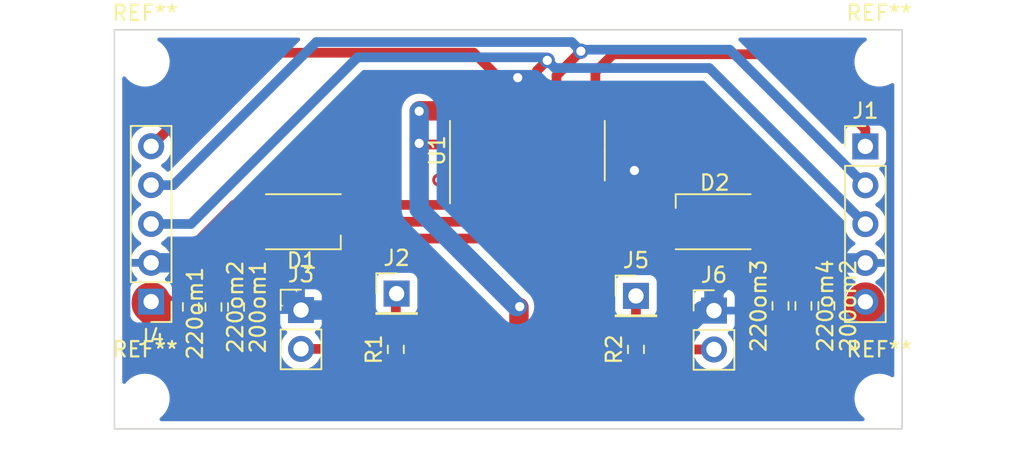
<source format=kicad_pcb>
(kicad_pcb (version 20211014) (generator pcbnew)
  (layers (0 "F.Cu" signal) (31 "B.Cu" signal) (34 "B.Paste" user) (35 "F.Paste" user) (36 "B.SilkS" user "B.Silkscreen") (37 "F.SilkS" user "F.Silkscreen") (38 "B.Mask" user) (39 "F.Mask" user) (44 "Edge.Cuts" user))
  (net 0 "")
  (net 1 "GND")
  (net 2 "Net-(200om1-Pad1)")
  (net 3 "Net-(200om2-Pad1)")
  (net 4 "+3V3")
  (net 5 "Net-(220om1-Pad2)")
  (net 6 "Net-(220om2-Pad1)")
  (net 7 "Net-(220om3-Pad2)")
  (net 8 "Net-(220om4-Pad1)")
  (net 10 "Net-(J5-Pad1)")
  (net 11 "Net-(J1-Pad1)")
  (net 12 "Net-(J1-Pad2)")
  (net 13 "Net-(J1-Pad3)")
  (net 14 "Net-(J2-Pad1)")
  (net 15 "Net-(J4-Pad5)")
  (net 17 "Net-(U1-Pad1)")
  (net 18 "Net-(U1-Pad2)")
  (net 19 "Net-(U1-Pad3)")
  (net 20 "Net-(U1-Pad6)")
  (net 21 "Net-(D2-Pad1)")
  (net 22 "Net-(D2-Pad3)")
  (footprint "LED_SMD:LED_RGB_PLCC-6" (layer "F.Cu") (at 59.75 54.45 180)
    (fp_text reference "D1" (at 0 -2.55) (layer "F.SilkS"))
    (fp_text value "LED_RGB")
    (fp_line (start -2.55 1.8) (end 2.35 1.8) (layer "F.SilkS") (width 0.12))
    (fp_line (start 2.35 -1.8) (end -2.55 -1.8) (layer "F.SilkS") (width 0.12))
    (fp_line (start -2.55 -1.8) (end -2.55 -0.9) (layer "F.SilkS") (width 0.12))
    (pad "1" smd rect (at -1.55 -1.1 270) (size 0.7 1.3) (layers "F.Cu" "F.Paste" "F.Mask") (net 19 "Net-(U1-Pad3)"))
    (pad "2" smd rect (at -1.55 0 270) (size 0.7 1.3) (layers "F.Cu" "F.Paste" "F.Mask") (net 18 "Net-(U1-Pad2)"))
    (pad "3" smd rect (at -1.55 1.1 270) (size 0.7 1.3) (layers "F.Cu" "F.Paste" "F.Mask") (net 17 "Net-(U1-Pad1)"))
    (pad "4" smd rect (at 1.55 1.1 270) (size 0.7 1.3) (layers "F.Cu" "F.Paste" "F.Mask") (net 5 "Net-(220om1-Pad2)"))
    (pad "5" smd rect (at 1.55 0 270) (size 0.7 1.3) (layers "F.Cu" "F.Paste" "F.Mask") (net 6 "Net-(220om2-Pad1)"))
    (pad "6" smd rect (at 1.55 -1.1 270) (size 0.7 1.3) (layers "F.Cu" "F.Paste" "F.Mask") (net 2 "Net-(200om1-Pad1)"))
  )
  (footprint "Resistor_SMD:R_0603_1608Metric_Pad0.98x0.95mm_HandSolder" (layer "F.Cu") (at 91.05 59.95 90)
    (fp_text reference "220om3" (at 0 -1.43 90) (layer "F.SilkS"))
    (fp_text value "R")
    (fp_line (start -0.254724 0.5225) (end 0.254724 0.5225) (layer "F.SilkS") (width 0.12))
    (fp_line (start -0.254724 -0.5225) (end 0.254724 -0.5225) (layer "F.SilkS") (width 0.12))
    (pad "1" smd roundrect (at -0.9125 0 90) (size 0.975 0.95) (layers "F.Cu" "F.Paste" "F.Mask") (net 4 "+3V3"))
    (pad "2" smd roundrect (at 0.9125 0 90) (size 0.975 0.95) (layers "F.Cu" "F.Paste" "F.Mask") (net 7 "Net-(220om3-Pad2)"))
  )
  (footprint "MountingHole:MountingHole_2.2mm_M2" (layer "F.Cu") (at 49.5 66)
    (fp_text reference "REF**" (at 0 -3.2) (layer "F.SilkS"))
    (fp_text value "MountingHole_2.2mm_M2")
    (pad "" np_thru_hole circle (at 0 0) (size 2.2 2.2) (drill 2.2) (layers *.Cu *.Mask))
  )
  (footprint "Resistor_SMD:R_0603_1608Metric_Pad0.98x0.95mm_HandSolder" (layer "F.Cu") (at 65.9 62.8 90)
    (fp_text reference "R1" (at 0 -1.43 90) (layer "F.SilkS"))
    (fp_text value "R")
    (fp_line (start -0.254724 0.5225) (end 0.254724 0.5225) (layer "F.SilkS") (width 0.12))
    (fp_line (start -0.254724 -0.5225) (end 0.254724 -0.5225) (layer "F.SilkS") (width 0.12))
    (pad "1" smd roundrect (at -0.9125 0 90) (size 0.975 0.95) (layers "F.Cu" "F.Paste" "F.Mask") (net 4 "+3V3"))
    (pad "2" smd roundrect (at 0.9125 0 90) (size 0.975 0.95) (layers "F.Cu" "F.Paste" "F.Mask") (net 14 "Net-(J2-Pad1)"))
  )
  (footprint "Package_SO:SO-16_3.9x9.9mm_P1.27mm" (layer "F.Cu") (at 74.5 49.8 90)
    (fp_text reference "U1" (at 0 -5.9 90) (layer "F.SilkS"))
    (fp_text value "74HC595")
    (fp_line (start 0 -5.06) (end -3.45 -5.06) (layer "F.SilkS") (width 0.12))
    (fp_line (start 0 5.06) (end 1.95 5.06) (layer "F.SilkS") (width 0.12))
    (fp_line (start 0 -5.06) (end 1.95 -5.06) (layer "F.SilkS") (width 0.12))
    (fp_line (start 0 5.06) (end -1.95 5.06) (layer "F.SilkS") (width 0.12))
    (pad "1" smd roundrect (at -2.575 -4.445 90) (size 1.75 0.6) (layers "F.Cu" "F.Paste" "F.Mask") (net 17 "Net-(U1-Pad1)"))
    (pad "2" smd roundrect (at -2.575 -3.175 90) (size 1.75 0.6) (layers "F.Cu" "F.Paste" "F.Mask") (net 18 "Net-(U1-Pad2)"))
    (pad "3" smd roundrect (at -2.575 -1.905 90) (size 1.75 0.6) (layers "F.Cu" "F.Paste" "F.Mask") (net 19 "Net-(U1-Pad3)"))
    (pad "4" smd roundrect (at -2.575 -0.635 90) (size 1.75 0.6) (layers "F.Cu" "F.Paste" "F.Mask"))
    (pad "5" smd roundrect (at -2.575 0.635 90) (size 1.75 0.6) (layers "F.Cu" "F.Paste" "F.Mask") (net 22 "Net-(D2-Pad3)"))
    (pad "6" smd roundrect (at -2.575 1.905 90) (size 1.75 0.6) (layers "F.Cu" "F.Paste" "F.Mask") (net 20 "Net-(U1-Pad6)"))
    (pad "7" smd roundrect (at -2.575 3.175 90) (size 1.75 0.6) (layers "F.Cu" "F.Paste" "F.Mask") (net 21 "Net-(D2-Pad1)"))
    (pad "8" smd roundrect (at -2.575 4.445 90) (size 1.75 0.6) (layers "F.Cu" "F.Paste" "F.Mask") (net 1 "GND"))
    (pad "9" smd roundrect (at 2.575 4.445 90) (size 1.75 0.6) (layers "F.Cu" "F.Paste" "F.Mask") (net 11 "Net-(J1-Pad1)"))
    (pad "10" smd roundrect (at 2.575 3.175 90) (size 1.75 0.6) (layers "F.Cu" "F.Paste" "F.Mask") (net 4 "+3V3"))
    (pad "11" smd roundrect (at 2.575 1.905 90) (size 1.75 0.6) (layers "F.Cu" "F.Paste" "F.Mask") (net 12 "Net-(J1-Pad2)"))
    (pad "12" smd roundrect (at 2.575 0.635 90) (size 1.75 0.6) (layers "F.Cu" "F.Paste" "F.Mask") (net 13 "Net-(J1-Pad3)"))
    (pad "13" smd roundrect (at 2.575 -0.635 90) (size 1.75 0.6) (layers "F.Cu" "F.Paste" "F.Mask") (net 1 "GND"))
    (pad "14" smd roundrect (at 2.575 -1.905 90) (size 1.75 0.6) (layers "F.Cu" "F.Paste" "F.Mask") (net 15 "Net-(J4-Pad5)"))
    (pad "15" smd roundrect (at 2.575 -3.175 90) (size 1.75 0.6) (layers "F.Cu" "F.Paste" "F.Mask"))
    (pad "16" smd roundrect (at 2.575 -4.445 90) (size 1.75 0.6) (layers "F.Cu" "F.Paste" "F.Mask") (net 4 "+3V3"))
  )
  (footprint "Resistor_SMD:R_0603_1608Metric_Pad0.98x0.95mm_HandSolder" (layer "F.Cu") (at 92.55 59.95 -90)
    (fp_text reference "220om4" (at 0 -1.43 90) (layer "F.SilkS"))
    (fp_text value "R")
    (fp_line (start -0.254724 -0.5225) (end 0.254724 -0.5225) (layer "F.SilkS") (width 0.12))
    (fp_line (start -0.254724 0.5225) (end 0.254724 0.5225) (layer "F.SilkS") (width 0.12))
    (pad "1" smd roundrect (at -0.9125 0 270) (size 0.975 0.95) (layers "F.Cu" "F.Paste" "F.Mask") (net 8 "Net-(220om4-Pad1)"))
    (pad "2" smd roundrect (at 0.9125 0 270) (size 0.975 0.95) (layers "F.Cu" "F.Paste" "F.Mask") (net 4 "+3V3"))
  )
  (footprint "Connector_PinHeader_2.54mm:PinHeader_1x01_P2.54mm_Vertical" (layer "F.Cu") (at 65.95 59.15)
    (fp_text reference "J2" (at 0 -2.33) (layer "F.SilkS"))
    (fp_text value "Conn_01x01_Female")
    (fp_line (start -1.33 1.27) (end 1.33 1.27) (layer "F.SilkS") (width 0.12))
    (fp_line (start -1.33 1.33) (end 1.33 1.33) (layer "F.SilkS") (width 0.12))
    (fp_line (start -1.33 1.27) (end -1.33 1.33) (layer "F.SilkS") (width 0.12))
    (fp_line (start 1.33 1.27) (end 1.33 1.33) (layer "F.SilkS") (width 0.12))
    (fp_line (start -1.33 0) (end -1.33 -1.33) (layer "F.SilkS") (width 0.12))
    (fp_line (start -1.33 -1.33) (end 0 -1.33) (layer "F.SilkS") (width 0.12))
    (pad "1" thru_hole rect (at 0 0) (size 1.7 1.7) (drill 1) (layers *.Cu *.Mask) (net 14 "Net-(J2-Pad1)"))
  )
  (footprint "MountingHole:MountingHole_2.2mm_M2" (layer "F.Cu") (at 97.5 44)
    (fp_text reference "REF**" (at 0 -3.2) (layer "F.SilkS"))
    (fp_text value "MountingHole_2.2mm_M2")
    (pad "" np_thru_hole circle (at 0 0) (size 2.2 2.2) (drill 2.2) (layers *.Cu *.Mask))
  )
  (footprint "Connector_PinHeader_2.54mm:PinHeader_1x02_P2.54mm_Vertical" (layer "F.Cu") (at 86.7 60.26)
    (fp_text reference "J6" (at 0 -2.33) (layer "F.SilkS"))
    (fp_text value "Conn_01x02_Female")
    (fp_line (start -1.33 -1.33) (end 0 -1.33) (layer "F.SilkS") (width 0.12))
    (fp_line (start -1.33 1.27) (end 1.33 1.27) (layer "F.SilkS") (width 0.12))
    (fp_line (start -1.33 3.87) (end 1.33 3.87) (layer "F.SilkS") (width 0.12))
    (fp_line (start -1.33 1.27) (end -1.33 3.87) (layer "F.SilkS") (width 0.12))
    (fp_line (start -1.33 0) (end -1.33 -1.33) (layer "F.SilkS") (width 0.12))
    (fp_line (start 1.33 1.27) (end 1.33 3.87) (layer "F.SilkS") (width 0.12))
    (pad "1" thru_hole rect (at 0 0) (size 1.7 1.7) (drill 1) (layers *.Cu *.Mask) (net 1 "GND"))
    (pad "2" thru_hole oval (at 0 2.54) (size 1.7 1.7) (drill 1) (layers *.Cu *.Mask) (net 10 "Net-(J5-Pad1)"))
  )
  (footprint "Resistor_SMD:R_0603_1608Metric_Pad0.98x0.95mm_HandSolder" (layer "F.Cu") (at 52.5 60.02 90)
    (fp_text reference "220om1" (at -0.4225 0.27 90) (layer "F.SilkS"))
    (fp_text value "R")
    (fp_line (start -0.254724 0.5225) (end 0.254724 0.5225) (layer "F.SilkS") (width 0.12))
    (fp_line (start -0.254724 -0.5225) (end 0.254724 -0.5225) (layer "F.SilkS") (width 0.12))
    (pad "1" smd roundrect (at -0.9125 0 90) (size 0.975 0.95) (layers "F.Cu" "F.Paste" "F.Mask") (net 4 "+3V3"))
    (pad "2" smd roundrect (at 0.9125 0 90) (size 0.975 0.95) (layers "F.Cu" "F.Paste" "F.Mask") (net 5 "Net-(220om1-Pad2)"))
  )
  (footprint "Connector_PinHeader_2.54mm:PinHeader_1x05_P2.54mm_Vertical" (layer "F.Cu") (at 49.9 59.675 180)
    (fp_text reference "J4" (at 0 -2.33) (layer "F.SilkS"))
    (fp_text value "Conn_01x05_Female")
    (fp_line (start -1.33 11.49) (end 1.33 11.49) (layer "F.SilkS") (width 0.12))
    (fp_line (start -1.33 1.27) (end -1.33 11.49) (layer "F.SilkS") (width 0.12))
    (fp_line (start -1.33 1.27) (end 1.33 1.27) (layer "F.SilkS") (width 0.12))
    (fp_line (start -1.33 0) (end -1.33 -1.33) (layer "F.SilkS") (width 0.12))
    (fp_line (start -1.33 -1.33) (end 0 -1.33) (layer "F.SilkS") (width 0.12))
    (fp_line (start 1.33 1.27) (end 1.33 11.49) (layer "F.SilkS") (width 0.12))
    (pad "1" thru_hole rect (at 0 0 180) (size 1.7 1.7) (drill 1) (layers *.Cu *.Mask) (net 4 "+3V3"))
    (pad "2" thru_hole oval (at 0 2.54 180) (size 1.7 1.7) (drill 1) (layers *.Cu *.Mask) (net 1 "GND"))
    (pad "3" thru_hole oval (at 0 5.08 180) (size 1.7 1.7) (drill 1) (layers *.Cu *.Mask) (net 13 "Net-(J1-Pad3)"))
    (pad "4" thru_hole oval (at 0 7.62 180) (size 1.7 1.7) (drill 1) (layers *.Cu *.Mask) (net 12 "Net-(J1-Pad2)"))
    (pad "5" thru_hole oval (at 0 10.16 180) (size 1.7 1.7) (drill 1) (layers *.Cu *.Mask) (net 15 "Net-(J4-Pad5)"))
  )
  (footprint "Connector_PinHeader_2.54mm:PinHeader_1x05_P2.54mm_Vertical" (layer "F.Cu") (at 96.6 49.525)
    (fp_text reference "J1" (at 0 -2.33) (layer "F.SilkS"))
    (fp_text value "Conn_01x05_Female")
    (fp_line (start -1.33 0) (end -1.33 -1.33) (layer "F.SilkS") (width 0.12))
    (fp_line (start -1.33 -1.33) (end 0 -1.33) (layer "F.SilkS") (width 0.12))
    (fp_line (start -1.33 11.49) (end 1.33 11.49) (layer "F.SilkS") (width 0.12))
    (fp_line (start 1.33 1.27) (end 1.33 11.49) (layer "F.SilkS") (width 0.12))
    (fp_line (start -1.33 1.27) (end 1.33 1.27) (layer "F.SilkS") (width 0.12))
    (fp_line (start -1.33 1.27) (end -1.33 11.49) (layer "F.SilkS") (width 0.12))
    (pad "1" thru_hole rect (at 0 0) (size 1.7 1.7) (drill 1) (layers *.Cu *.Mask) (net 11 "Net-(J1-Pad1)"))
    (pad "2" thru_hole oval (at 0 2.54) (size 1.7 1.7) (drill 1) (layers *.Cu *.Mask) (net 12 "Net-(J1-Pad2)"))
    (pad "3" thru_hole oval (at 0 5.08) (size 1.7 1.7) (drill 1) (layers *.Cu *.Mask) (net 13 "Net-(J1-Pad3)"))
    (pad "4" thru_hole oval (at 0 7.62) (size 1.7 1.7) (drill 1) (layers *.Cu *.Mask) (net 1 "GND"))
    (pad "5" thru_hole oval (at 0 10.16) (size 1.7 1.7) (drill 1) (layers *.Cu *.Mask) (net 4 "+3V3"))
  )
  (footprint "Resistor_SMD:R_0603_1608Metric_Pad0.98x0.95mm_HandSolder" (layer "F.Cu") (at 94.05 59.95 -90)
    (fp_text reference "200om2" (at 0 -1.43 90) (layer "F.SilkS"))
    (fp_text value "R")
    (fp_line (start -0.254724 -0.5225) (end 0.254724 -0.5225) (layer "F.SilkS") (width 0.12))
    (fp_line (start -0.254724 0.5225) (end 0.254724 0.5225) (layer "F.SilkS") (width 0.12))
    (pad "1" smd roundrect (at -0.9125 0 270) (size 0.975 0.95) (layers "F.Cu" "F.Paste" "F.Mask") (net 3 "Net-(200om2-Pad1)"))
    (pad "2" smd roundrect (at 0.9125 0 270) (size 0.975 0.95) (layers "F.Cu" "F.Paste" "F.Mask") (net 4 "+3V3"))
  )
  (footprint "Connector_PinHeader_2.54mm:PinHeader_1x02_P2.54mm_Vertical" (layer "F.Cu") (at 59.7 60.225)
    (fp_text reference "J3" (at 0 -2.33) (layer "F.SilkS"))
    (fp_text value "Conn_01x02_Female")
    (fp_line (start -1.33 0) (end -1.33 -1.33) (layer "F.SilkS") (width 0.12))
    (fp_line (start -1.33 1.27) (end 1.33 1.27) (layer "F.SilkS") (width 0.12))
    (fp_line (start -1.33 3.87) (end 1.33 3.87) (layer "F.SilkS") (width 0.12))
    (fp_line (start 1.33 1.27) (end 1.33 3.87) (layer "F.SilkS") (width 0.12))
    (fp_line (start -1.33 1.27) (end -1.33 3.87) (layer "F.SilkS") (width 0.12))
    (fp_line (start -1.33 -1.33) (end 0 -1.33) (layer "F.SilkS") (width 0.12))
    (pad "1" thru_hole rect (at 0 0) (size 1.7 1.7) (drill 1) (layers *.Cu *.Mask) (net 1 "GND"))
    (pad "2" thru_hole oval (at 0 2.54) (size 1.7 1.7) (drill 1) (layers *.Cu *.Mask) (net 14 "Net-(J2-Pad1)"))
  )
  (footprint "LED_SMD:LED_RGB_PLCC-6" (layer "F.Cu") (at 86.75 54.45)
    (fp_text reference "D2" (at 0 -2.55) (layer "F.SilkS"))
    (fp_text value "LED_RGB")
    (fp_line (start 2.35 -1.8) (end -2.55 -1.8) (layer "F.SilkS") (width 0.12))
    (fp_line (start -2.55 -1.8) (end -2.55 -0.9) (layer "F.SilkS") (width 0.12))
    (fp_line (start -2.55 1.8) (end 2.35 1.8) (layer "F.SilkS") (width 0.12))
    (pad "1" smd rect (at -1.55 -1.1 90) (size 0.7 1.3) (layers "F.Cu" "F.Paste" "F.Mask") (net 21 "Net-(D2-Pad1)"))
    (pad "2" smd rect (at -1.55 0 90) (size 0.7 1.3) (layers "F.Cu" "F.Paste" "F.Mask") (net 20 "Net-(U1-Pad6)"))
    (pad "3" smd rect (at -1.55 1.1 90) (size 0.7 1.3) (layers "F.Cu" "F.Paste" "F.Mask") (net 22 "Net-(D2-Pad3)"))
    (pad "4" smd rect (at 1.55 1.1 90) (size 0.7 1.3) (layers "F.Cu" "F.Paste" "F.Mask") (net 7 "Net-(220om3-Pad2)"))
    (pad "5" smd rect (at 1.55 0 90) (size 0.7 1.3) (layers "F.Cu" "F.Paste" "F.Mask") (net 8 "Net-(220om4-Pad1)"))
    (pad "6" smd rect (at 1.55 -1.1 90) (size 0.7 1.3) (layers "F.Cu" "F.Paste" "F.Mask") (net 3 "Net-(200om2-Pad1)"))
  )
  (footprint "Connector_PinHeader_2.54mm:PinHeader_1x01_P2.54mm_Vertical" (layer "F.Cu") (at 81.6 59.3)
    (fp_text reference "J5" (at 0 -2.33) (layer "F.SilkS"))
    (fp_text value "Conn_01x01_Female")
    (fp_line (start -1.33 0) (end -1.33 -1.33) (layer "F.SilkS") (width 0.12))
    (fp_line (start -1.33 1.27) (end -1.33 1.33) (layer "F.SilkS") (width 0.12))
    (fp_line (start -1.33 -1.33) (end 0 -1.33) (layer "F.SilkS") (width 0.12))
    (fp_line (start -1.33 1.33) (end 1.33 1.33) (layer "F.SilkS") (width 0.12))
    (fp_line (start -1.33 1.27) (end 1.33 1.27) (layer "F.SilkS") (width 0.12))
    (fp_line (start 1.33 1.27) (end 1.33 1.33) (layer "F.SilkS") (width 0.12))
    (pad "1" thru_hole rect (at 0 0) (size 1.7 1.7) (drill 1) (layers *.Cu *.Mask) (net 10 "Net-(J5-Pad1)"))
  )
  (footprint "MountingHole:MountingHole_2.2mm_M2" (layer "F.Cu") (at 49.5 44)
    (fp_text reference "REF**" (at 0 -3.2) (layer "F.SilkS"))
    (fp_text value "MountingHole_2.2mm_M2")
    (pad "" np_thru_hole circle (at 0 0) (size 2.2 2.2) (drill 2.2) (layers *.Cu *.Mask))
  )
  (footprint "Resistor_SMD:R_0603_1608Metric_Pad0.98x0.95mm_HandSolder" (layer "F.Cu") (at 53.975 60.025 -90)
    (fp_text reference "220om2" (at 0 -1.43 90) (layer "F.SilkS"))
    (fp_text value "R")
    (fp_line (start -0.254724 -0.5225) (end 0.254724 -0.5225) (layer "F.SilkS") (width 0.12))
    (fp_line (start -0.254724 0.5225) (end 0.254724 0.5225) (layer "F.SilkS") (width 0.12))
    (pad "1" smd roundrect (at -0.9125 0 270) (size 0.975 0.95) (layers "F.Cu" "F.Paste" "F.Mask") (net 6 "Net-(220om2-Pad1)"))
    (pad "2" smd roundrect (at 0.9125 0 270) (size 0.975 0.95) (layers "F.Cu" "F.Paste" "F.Mask") (net 4 "+3V3"))
  )
  (footprint "Resistor_SMD:R_0603_1608Metric_Pad0.98x0.95mm_HandSolder" (layer "F.Cu") (at 55.45 60.025 -90)
    (fp_text reference "200om1" (at 0 -1.43 90) (layer "F.SilkS"))
    (fp_text value "R")
    (fp_line (start -0.254724 -0.5225) (end 0.254724 -0.5225) (layer "F.SilkS") (width 0.12))
    (fp_line (start -0.254724 0.5225) (end 0.254724 0.5225) (layer "F.SilkS") (width 0.12))
    (pad "1" smd roundrect (at -0.9125 0 270) (size 0.975 0.95) (layers "F.Cu" "F.Paste" "F.Mask") (net 2 "Net-(200om1-Pad1)"))
    (pad "2" smd roundrect (at 0.9125 0 270) (size 0.975 0.95) (layers "F.Cu" "F.Paste" "F.Mask") (net 4 "+3V3"))
  )
  (footprint "Resistor_SMD:R_0603_1608Metric_Pad0.98x0.95mm_HandSolder" (layer "F.Cu") (at 81.6 62.8 90)
    (fp_text reference "R2" (at 0 -1.43 90) (layer "F.SilkS"))
    (fp_text value "R")
    (fp_line (start -0.254724 -0.5225) (end 0.254724 -0.5225) (layer "F.SilkS") (width 0.12))
    (fp_line (start -0.254724 0.5225) (end 0.254724 0.5225) (layer "F.SilkS") (width 0.12))
    (pad "1" smd roundrect (at -0.9125 0 90) (size 0.975 0.95) (layers "F.Cu" "F.Paste" "F.Mask") (net 4 "+3V3"))
    (pad "2" smd roundrect (at 0.9125 0 90) (size 0.975 0.95) (layers "F.Cu" "F.Paste" "F.Mask") (net 10 "Net-(J5-Pad1)"))
  )
  (footprint "MountingHole:MountingHole_2.2mm_M2" (layer "F.Cu") (at 97.5 66)
    (fp_text reference "REF**" (at 0 -3.2) (layer "F.SilkS"))
    (fp_text value "MountingHole_2.2mm_M2")
    (pad "" np_thru_hole circle (at 0 0) (size 2.2 2.2) (drill 2.2) (layers *.Cu *.Mask))
  )
  (gr_circle (center 68.71 51.72) (end 68.59 51.41) (layer "F.Cu") (width 0.2) (fill none))
  (gr_rect (start 99 68) (end 47.5 41.9) (layer "Edge.Cuts") (width 0.1) (fill none))
  (segment (start 81.5 52.01) (end 81.5 51.1) (width 0.635) (layer "F.Cu") (net 1))
  (segment (start 73.87 45.03) (end 73.865 45.035) (width 0.635) (layer "F.Cu") (net 1))
  (segment (start 73.865 45.035) (end 73.865 47.225) (width 0.635) (layer "F.Cu") (net 1))
  (segment (start 79.26 52.97) (end 80.54 52.97) (width 0.635) (layer "F.Cu") (net 1))
  (segment (start 80.54 52.97) (end 81.5 52.01) (width 0.635) (layer "F.Cu") (net 1))
  (via (at 81.5 51.1) (size 1) (drill 0.6) (layers "F.Cu" "B.Cu") (net 1))
  (via (at 73.87 45.03) (size 1) (drill 0.6) (layers "F.Cu" "B.Cu") (net 1))
  (segment (start 88.48 57.145) (end 87.445 57.145) (width 1.27) (layer "B.Cu") (net 1))
  (segment (start 76.2 50.8) (end 73.9 48.5) (width 1.27) (layer "B.Cu") (net 1))
  (segment (start 81.2 50.8) (end 81.5 51.1) (width 0.635) (layer "B.Cu") (net 1))
  (segment (start 96.6 57.145) (end 88.48 57.145) (width 1.27) (layer "B.Cu") (net 1))
  (segment (start 62.225 60.225) (end 64.8 62.8) (width 1.27) (layer "B.Cu") (net 1))
  (segment (start 59.7 60.225) (end 62.225 60.225) (width 1.27) (layer "B.Cu") (net 1))
  (segment (start 86.7 60.26) (end 86.7 58.925) (width 1.27) (layer "B.Cu") (net 1))
  (segment (start 64.8 62.8) (end 83.4 62.8) (width 1.27) (layer "B.Cu") (net 1))
  (segment (start 57.91 57.135) (end 57.91 58.435) (width 1.27) (layer "B.Cu") (net 1))
  (segment (start 49.9 57.135) (end 57.91 57.135) (width 1.27) (layer "B.Cu") (net 1))
  (segment (start 81.5 51.2) (end 81.5 51.1) (width 0.635) (layer "B.Cu") (net 1))
  (segment (start 87.445 57.145) (end 81.5 51.2) (width 1.27) (layer "B.Cu") (net 1))
  (segment (start 57.91 58.435) (end 59.7 60.225) (width 1.27) (layer "B.Cu") (net 1))
  (segment (start 81.2 50.8) (end 76.2 50.8) (width 1.27) (layer "B.Cu") (net 1))
  (segment (start 85.94 60.26) (end 86.7 60.26) (width 1.27) (layer "B.Cu") (net 1))
  (segment (start 83.4 62.8) (end 85.94 60.26) (width 1.27) (layer "B.Cu") (net 1))
  (segment (start 86.7 58.925) (end 88.48 57.145) (width 1.27) (layer "B.Cu") (net 1))
  (segment (start 56.36 55.55) (end 55.45 56.46) (width 0.635) (layer "F.Cu") (net 2))
  (segment (start 58.2 55.55) (end 56.36 55.55) (width 0.635) (layer "F.Cu") (net 2))
  (segment (start 55.45 56.46) (end 55.45 59.1125) (width 0.635) (layer "F.Cu") (net 2))
  (segment (start 94.05 56.7) (end 94.05 59.0375) (width 0.635) (layer "F.Cu") (net 3))
  (segment (start 90.7 53.35) (end 94.05 56.7) (width 0.635) (layer "F.Cu") (net 3))
  (segment (start 88.3 53.35) (end 90.7 53.35) (width 0.635) (layer "F.Cu") (net 3))
  (segment (start 53.4475 63.3525) (end 54.3975 64.3025) (width 2.54) (layer "F.Cu") (net 4))
  (segment (start 67.45 47.2) (end 69.7 47.2) (width 1.27) (layer "F.Cu") (net 4))
  (segment (start 54.3975 64.3025) (end 49.9 59.805) (width 2.54) (layer "F.Cu") (net 4))
  (segment (start 58.2 66.15) (end 65.55 66.15) (width 2.54) (layer "F.Cu") (net 4))
  (segment (start 55.45 60.9375) (end 53.975 60.9375) (width 0.635) (layer "F.Cu") (net 4))
  (segment (start 65.9 65.8) (end 65.55 66.15) (width 1.27) (layer "F.Cu") (net 4))
  (segment (start 54.075 62.025) (end 53.975 62.025) (width 2.54) (layer "F.Cu") (net 4))
  (segment (start 92.8 64.3) (end 93 64.5) (width 2.54) (layer "F.Cu") (net 4))
  (segment (start 81.55 66.15) (end 91.35 66.15) (width 2.54) (layer "F.Cu") (net 4))
  (segment (start 76.6 49.4) (end 67.35 49.4) (width 0.635) (layer "F.Cu") (net 4))
  (segment (start 67.425 47.225) (end 67.45 47.2) (width 1.27) (layer "F.Cu") (net 4))
  (segment (start 91.35 66.15) (end 93 64.5) (width 2.54) (layer "F.Cu") (net 4))
  (segment (start 92.8 64.3) (end 92.8 61.55) (width 2.54) (layer "F.Cu") (net 4))
  (segment (start 77.675 47.225) (end 77.675 48.325) (width 0.635) (layer "F.Cu") (net 4))
  (segment (start 49.97 59.875) (end 52.0475 61.9525) (width 2.54) (layer "F.Cu") (net 4))
  (segment (start 91.35 66.15) (end 94.375 63.125) (width 2.54) (layer "F.Cu") (net 4))
  (segment (start 65.55 66.15) (end 73.95 66.15) (width 2.54) (layer "F.Cu") (net 4))
  (segment (start 92.775 61.525) (end 94.375 63.125) (width 0.635) (layer "F.Cu") (net 4))
  (segment (start 52.5 60.9325) (end 53.97 60.9325) (width 0.635) (layer "F.Cu") (net 4))
  (segment (start 91.35 66.15) (end 96.6 60.9) (width 2.54) (layer "F.Cu") (net 4))
  (segment (start 77.675 48.325) (end 77.65 48.35) (width 0.635) (layer "F.Cu") (net 4))
  (segment (start 81.6 63.7125) (end 81.6 66.1) (width 1.27) (layer "F.Cu") (net 4))
  (segment (start 92.55 61.3) (end 92.775 61.525) (width 0.635) (layer "F.Cu") (net 4))
  (segment (start 92.8 61.55) (end 92.775 61.525) (width 2.54) (layer "F.Cu") (net 4))
  (segment (start 58.2 66.15) (end 54.075 62.025) (width 2.54) (layer "F.Cu") (net 4))
  (segment (start 65.9 63.7125) (end 65.9 65.8) (width 1.27) (layer "F.Cu") (net 4))
  (segment (start 55.45 60.9375) (end 55.45 61.35) (width 0.635) (layer "F.Cu") (net 4))
  (segment (start 81.6 66.1) (end 81.55 66.15) (width 1.27) (layer "F.Cu") (net 4))
  (segment (start 73.95 66.15) (end 81.55 66.15) (width 2.54) (layer "F.Cu") (net 4))
  (segment (start 52.0475 61.9525) (end 53.4475 63.3525) (width 2.54) (layer "F.Cu") (net 4))
  (segment (start 73.95 60.05) (end 73.95 66.15) (width 1.27) (layer "F.Cu") (net 4))
  (segment (start 94.05 60.8625) (end 92.55 60.8625) (width 0.635) (layer "F.Cu") (net 4))
  (segment (start 91.625 61.525) (end 92.775 61.525) (width 0.635) (layer "F.Cu") (net 4))
  (segment (start 77.65 48.35) (end 76.6 49.4) (width 0.635) (layer "F.Cu") (net 4))
  (segment (start 91.05 60.95) (end 91.625 61.525) (width 0.635) (layer "F.Cu") (net 4))
  (segment (start 91.05 60.8625) (end 91.05 60.95) (width 0.635) (layer "F.Cu") (net 4))
  (segment (start 94.375 63.125) (end 96.6 60.9) (width 2.54) (layer "F.Cu") (net 4))
  (segment (start 54.3975 64.3025) (end 56.245 66.15) (width 2.54) (layer "F.Cu") (net 4))
  (segment (start 94.375 61.1875) (end 94.05 60.8625) (width 0.635) (layer "F.Cu") (net 4))
  (segment (start 96.6 60.9) (end 96.6 59.685) (width 2.54) (layer "F.Cu") (net 4))
  (segment (start 49.9 59.805) (end 49.9 59.675) (width 2.54) (layer "F.Cu") (net 4))
  (segment (start 56.245 66.15) (end 58.2 66.15) (width 2.54) (layer "F.Cu") (net 4))
  (segment (start 53.975 60.9375) (end 53.975 62.025) (width 0.635) (layer "F.Cu") (net 4))
  (segment (start 91.05 60.8625) (end 92.55 60.8625) (width 0.635) (layer "F.Cu") (net 4))
  (segment (start 92.55 60.8625) (end 92.55 61.3) (width 0.635) (layer "F.Cu") (net 4))
  (segment (start 55.45 61.35) (end 53.4475 63.3525) (width 0.635) (layer "F.Cu") (net 4))
  (segment (start 52.5 61.5) (end 52.0475 61.9525) (width 0.635) (layer "F.Cu") (net 4))
  (segment (start 94.375 63.125) (end 94.375 61.1875) (width 0.635) (layer "F.Cu") (net 4))
  (segment (start 53.975 62.825) (end 53.4475 63.3525) (width 0.635) (layer "F.Cu") (net 4))
  (segment (start 53.975 62.025) (end 53.975 62.825) (width 0.635) (layer "F.Cu") (net 4))
  (segment (start 52.5 60.9325) (end 52.5 61.5) (width 0.635) (layer "F.Cu") (net 4))
  (segment (start 53.97 60.9325) (end 53.975 60.9375) (width 0.635) (layer "F.Cu") (net 4))
  (via (at 74 60) (size 1) (drill 0.6) (layers "F.Cu" "B.Cu") (net 4))
  (via (at 67.425 47.225) (size 1) (drill 0.6) (layers "F.Cu" "B.Cu") (net 4))
  (via (at 67.425 49.325) (size 1) (drill 0.6) (layers "F.Cu" "B.Cu") (net 4))
  (segment (start 67.425 47.225) (end 67.425 49.325) (width 1.27) (layer "B.Cu") (net 4))
  (segment (start 67.425 53.625) (end 73.8 60) (width 1.27) (layer "B.Cu") (net 4))
  (segment (start 67.425 49.325) (end 67.425 53.625) (width 1.27) (layer "B.Cu") (net 4))
  (segment (start 73.8 60) (end 74 60) (width 0.635) (layer "B.Cu") (net 4))
  (segment (start 55.31 53.35) (end 52.5 56.16) (width 0.635) (layer "F.Cu") (net 5))
  (segment (start 58.2 53.35) (end 55.31 53.35) (width 0.635) (layer "F.Cu") (net 5))
  (segment (start 52.5 56.16) (end 52.5 59.1075) (width 0.635) (layer "F.Cu") (net 5))
  (segment (start 58.2 54.45) (end 55.8 54.45) (width 0.635) (layer "F.Cu") (net 6))
  (segment (start 53.975 56.275) (end 53.975 59.1125) (width 0.635) (layer "F.Cu") (net 6))
  (segment (start 55.8 54.45) (end 53.975 56.275) (width 0.635) (layer "F.Cu") (net 6))
  (segment (start 91.05 57) (end 91.05 59.0375) (width 0.635) (layer "F.Cu") (net 7))
  (segment (start 89.6 55.55) (end 91.05 57) (width 0.635) (layer "F.Cu") (net 7))
  (segment (start 88.3 55.55) (end 89.6 55.55) (width 0.635) (layer "F.Cu") (net 7))
  (segment (start 90.15 54.45) (end 92.55 56.85) (width 0.635) (layer "F.Cu") (net 8))
  (segment (start 88.3 54.45) (end 90.15 54.45) (width 0.635) (layer "F.Cu") (net 8))
  (segment (start 92.55 56.85) (end 92.55 59.0375) (width 0.635) (layer "F.Cu") (net 8))
  (segment (start 84.0875 61.8875) (end 85 62.8) (width 0.635) (layer "F.Cu") (net 10))
  (segment (start 81.6 61.8875) (end 84.0875 61.8875) (width 0.635) (layer "F.Cu") (net 10))
  (segment (start 81.6 61.8875) (end 81.6 59.3) (width 0.635) (layer "F.Cu") (net 10))
  (segment (start 85 62.8) (end 86.7 62.8) (width 0.635) (layer "F.Cu") (net 10))
  (segment (start 91.7 43.5) (end 96.6 48.4) (width 0.635) (layer "F.Cu") (net 11))
  (segment (start 96.6 48.4) (end 96.6 49.525) (width 0.635) (layer "F.Cu") (net 11))
  (segment (start 78.945 47.225) (end 78.945 44.655) (width 0.635) (layer "F.Cu") (net 11))
  (segment (start 80.1 43.5) (end 91.7 43.5) (width 0.635) (layer "F.Cu") (net 11))
  (segment (start 78.945 44.655) (end 80.1 43.5) (width 0.635) (layer "F.Cu") (net 11))
  (segment (start 78 43.3) (end 76.405 44.895) (width 0.635) (layer "F.Cu") (net 12))
  (segment (start 76.405 44.895) (end 76.405 47.225) (width 0.635) (layer "F.Cu") (net 12))
  (via (at 78 43.3) (size 1) (drill 0.6) (layers "F.Cu" "B.Cu") (net 12))
  (segment (start 78 43.3) (end 77.4 42.7) (width 0.635) (layer "B.Cu") (net 12))
  (segment (start 77.4 42.7) (end 60.7 42.7) (width 0.635) (layer "B.Cu") (net 12))
  (segment (start 87.735 43.2) (end 96.6 52.065) (width 0.635) (layer "B.Cu") (net 12))
  (segment (start 78.1 43.2) (end 87.735 43.2) (width 0.635) (layer "B.Cu") (net 12))
  (segment (start 78 43.3) (end 78.1 43.2) (width 0.635) (layer "B.Cu") (net 12))
  (segment (start 51.345 52.055) (end 49.9 52.055) (width 0.635) (layer "B.Cu") (net 12))
  (segment (start 60.7 42.7) (end 51.345 52.055) (width 0.635) (layer "B.Cu") (net 12))
  (segment (start 75.135 44.565) (end 75.135 47.225) (width 0.635) (layer "F.Cu") (net 13))
  (segment (start 75.8 43.9) (end 75.135 44.565) (width 0.635) (layer "F.Cu") (net 13))
  (via (at 75.8 43.9) (size 1) (drill 0.6) (layers "F.Cu" "B.Cu") (net 13))
  (segment (start 76.3 44.4) (end 86.395 44.4) (width 0.635) (layer "B.Cu") (net 13))
  (segment (start 75.6 43.7) (end 63.4 43.7) (width 0.635) (layer "B.Cu") (net 13))
  (segment (start 75.8 43.9) (end 76.3 44.4) (width 0.635) (layer "B.Cu") (net 13))
  (segment (start 86.395 44.4) (end 96.6 54.605) (width 0.635) (layer "B.Cu") (net 13))
  (segment (start 52.505 54.595) (end 49.9 54.595) (width 0.635) (layer "B.Cu") (net 13))
  (segment (start 75.8 43.9) (end 75.6 43.7) (width 0.635) (layer "B.Cu") (net 13))
  (segment (start 63.4 43.7) (end 52.505 54.595) (width 0.635) (layer "B.Cu") (net 13))
  (segment (start 65.9 61.8875) (end 63.4125 61.8875) (width 0.635) (layer "F.Cu") (net 14))
  (segment (start 62.535 62.765) (end 59.7 62.765) (width 0.635) (layer "F.Cu") (net 14))
  (segment (start 65.9 61.8875) (end 65.9 59.2) (width 0.635) (layer "F.Cu") (net 14))
  (segment (start 65.9 59.2) (end 65.95 59.15) (width 0.635) (layer "F.Cu") (net 14))
  (segment (start 63.4125 61.8875) (end 62.535 62.765) (width 0.635) (layer "F.Cu") (net 14))
  (segment (start 56.015 43.4) (end 71 43.4) (width 0.635) (layer "F.Cu") (net 15))
  (segment (start 72.595 44.995) (end 72.595 47.225) (width 0.635) (layer "F.Cu") (net 15))
  (segment (start 71 43.4) (end 72.595 44.995) (width 0.635) (layer "F.Cu") (net 15))
  (segment (start 49.9 49.515) (end 56.015 43.4) (width 0.635) (layer "F.Cu") (net 15))
  (segment (start 70.055 52.375) (end 70.055 53.305) (width 0.635) (layer "F.Cu") (net 17))
  (segment (start 70.02 53.35) (end 61.3 53.35) (width 0.635) (layer "F.Cu") (net 17))
  (segment (start 70.06 53.31) (end 70.02 53.35) (width 0.635) (layer "F.Cu") (net 17))
  (segment (start 70.055 53.305) (end 70.06 53.31) (width 0.635) (layer "F.Cu") (net 17))
  (segment (start 71.325 52.375) (end 71.325 53.875) (width 0.635) (layer "F.Cu") (net 18))
  (segment (start 71.325 53.875) (end 70.75 54.45) (width 0.635) (layer "F.Cu") (net 18))
  (segment (start 70.75 54.45) (end 61.3 54.45) (width 0.635) (layer "F.Cu") (net 18))
  (segment (start 72.595 54.995) (end 72.6 55) (width 0.635) (layer "F.Cu") (net 19))
  (segment (start 72.6 53.4) (end 72.6 52.38) (width 0.635) (layer "F.Cu") (net 19))
  (segment (start 72.6 52.38) (end 72.595 52.375) (width 0.635) (layer "F.Cu") (net 19))
  (segment (start 72.6 55) (end 72.05 55.55) (width 0.635) (layer "F.Cu") (net 19))
  (segment (start 72.05 55.55) (end 61.3 55.55) (width 0.635) (layer "F.Cu") (net 19))
  (segment (start 72.595 52.375) (end 72.595 54.995) (width 0.635) (layer "F.Cu") (net 19))
  (segment (start 85.2 54.45) (end 82.94 54.45) (width 0.635) (layer "F.Cu") (net 20))
  (segment (start 77.25 55.2) (end 76.405 54.355) (width 0.635) (layer "F.Cu") (net 20))
  (segment (start 82.94 54.45) (end 82.19 55.2) (width 0.635) (layer "F.Cu") (net 20))
  (segment (start 82.19 55.2) (end 77.25 55.2) (width 0.635) (layer "F.Cu") (net 20))
  (segment (start 76.405 54.355) (end 76.405 52.375) (width 0.635) (layer "F.Cu") (net 20))
  (segment (start 77.9 54.15) (end 77.675 53.925) (width 0.635) (layer "F.Cu") (net 21))
  (segment (start 81.31 54.15) (end 77.9 54.15) (width 0.635) (layer "F.Cu") (net 21))
  (segment (start 82.11 53.35) (end 81.31 54.15) (width 0.635) (layer "F.Cu") (net 21))
  (segment (start 85.2 53.35) (end 82.11 53.35) (width 0.635) (layer "F.Cu") (net 21))
  (segment (start 77.675 53.925) (end 77.675 52.375) (width 0.635) (layer "F.Cu") (net 21))
  (segment (start 85.2 55.55) (end 83.62 55.55) (width 0.635) (layer "F.Cu") (net 22))
  (segment (start 83.62 55.55) (end 82.77 56.4) (width 0.635) (layer "F.Cu") (net 22))
  (segment (start 75.135 55.035) (end 75.135 52.375) (width 0.635) (layer "F.Cu") (net 22))
  (segment (start 82.77 56.4) (end 76.5 56.4) (width 0.635) (layer "F.Cu") (net 22))
  (segment (start 76.5 56.4) (end 75.135 55.035) (width 0.635) (layer "F.Cu") (net 22))
  (zone (net 1) (net_name "GND") (layer "B.Cu") (connect_pads (clearance 0.508)) (min_thickness 0.254) (fill yes (thermal_gap 0.508) (thermal_bridge_width 0.508))
    (polygon (pts (xy 99 68) (xy 47.5 68) (xy 47.5 41.9) (xy 99 41.9)))
  )
)
</source>
